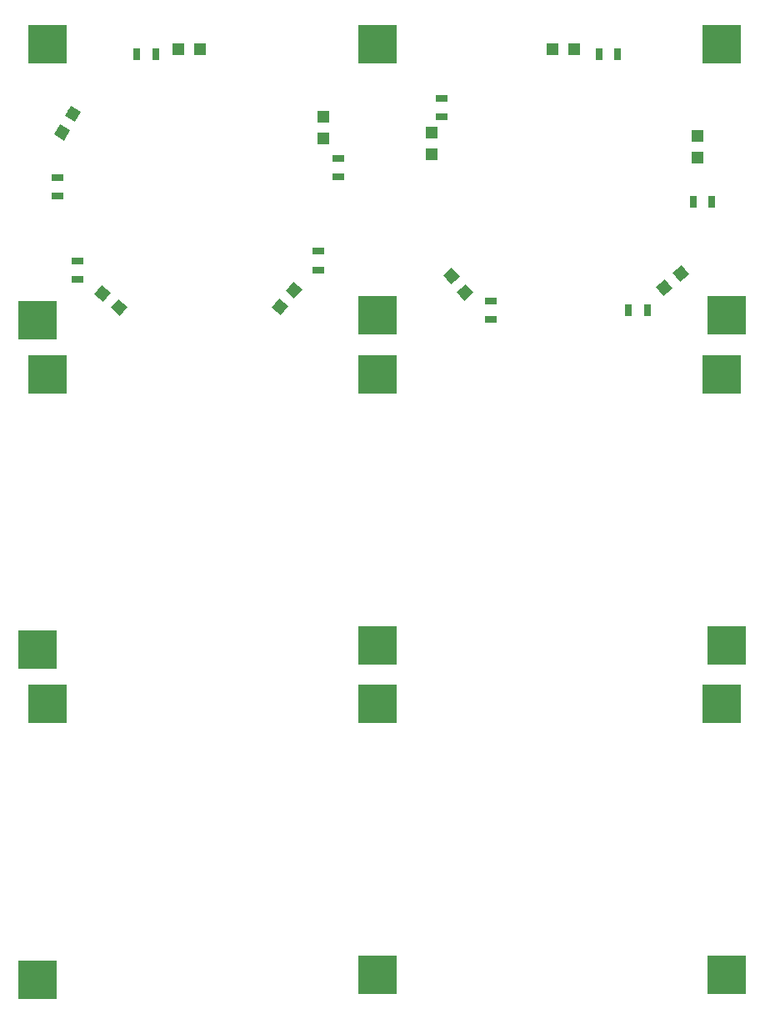
<source format=gbr>
G04 #@! TF.GenerationSoftware,KiCad,Pcbnew,5.1.0*
G04 #@! TF.CreationDate,2019-04-23T13:01:11-05:00*
G04 #@! TF.ProjectId,S4_20Badge,53345f32-3042-4616-9467-652e6b696361,rev?*
G04 #@! TF.SameCoordinates,Original*
G04 #@! TF.FileFunction,Paste,Top*
G04 #@! TF.FilePolarity,Positive*
%FSLAX46Y46*%
G04 Gerber Fmt 4.6, Leading zero omitted, Abs format (unit mm)*
G04 Created by KiCad (PCBNEW 5.1.0) date 2019-04-23 13:01:11*
%MOMM*%
%LPD*%
G04 APERTURE LIST*
%ADD10R,4.000000X4.000000*%
%ADD11C,1.200000*%
%ADD12C,0.100000*%
%ADD13R,1.200000X1.200000*%
%ADD14R,1.300000X0.700000*%
%ADD15R,0.700000X1.300000*%
G04 APERTURE END LIST*
D10*
X116500000Y-120000000D03*
X185000000Y-120000000D03*
X150000000Y-147500000D03*
X150000000Y-120000000D03*
X185500000Y-147500000D03*
X115500000Y-148000000D03*
X185000000Y-86500000D03*
X150000000Y-114000000D03*
X185500000Y-114000000D03*
X150000000Y-86500000D03*
X116500000Y-86500000D03*
X115500000Y-114500000D03*
X115500000Y-81000000D03*
X185500000Y-80500000D03*
X150000000Y-80500000D03*
X116500000Y-53000000D03*
X150000000Y-53000000D03*
X185000000Y-53000000D03*
D11*
X122057351Y-78292934D03*
D12*
G36*
X122902650Y-78218980D02*
G01*
X122131305Y-79138233D01*
X121212052Y-78366888D01*
X121983397Y-77447635D01*
X122902650Y-78218980D01*
X122902650Y-78218980D01*
G37*
D11*
X123742649Y-79707066D03*
D12*
G36*
X124587948Y-79633112D02*
G01*
X123816603Y-80552365D01*
X122897350Y-79781020D01*
X123668695Y-78861767D01*
X124587948Y-79633112D01*
X124587948Y-79633112D01*
G37*
D11*
X157500000Y-76500000D03*
D12*
G36*
X156654701Y-76426046D02*
G01*
X157573954Y-75654701D01*
X158345299Y-76573954D01*
X157426046Y-77345299D01*
X156654701Y-76426046D01*
X156654701Y-76426046D01*
G37*
D11*
X158914132Y-78185298D03*
D12*
G36*
X158068833Y-78111344D02*
G01*
X158988086Y-77339999D01*
X159759431Y-78259252D01*
X158840178Y-79030597D01*
X158068833Y-78111344D01*
X158068833Y-78111344D01*
G37*
D11*
X117950000Y-61952628D03*
D12*
G36*
X117730385Y-61133013D02*
G01*
X118769615Y-61733013D01*
X118169615Y-62772243D01*
X117130385Y-62172243D01*
X117730385Y-61133013D01*
X117730385Y-61133013D01*
G37*
D11*
X119050000Y-60047372D03*
D12*
G36*
X118830385Y-59227757D02*
G01*
X119869615Y-59827757D01*
X119269615Y-60866987D01*
X118230385Y-60266987D01*
X118830385Y-59227757D01*
X118830385Y-59227757D01*
G37*
D13*
X155500000Y-64200000D03*
X155500000Y-62000000D03*
X132000000Y-53500000D03*
X129800000Y-53500000D03*
X170000000Y-53500000D03*
X167800000Y-53500000D03*
X144500000Y-62600000D03*
X144500000Y-60400000D03*
X182500000Y-62300000D03*
X182500000Y-64500000D03*
D11*
X141500000Y-78000000D03*
D12*
G36*
X141426046Y-77154701D02*
G01*
X142345299Y-77926046D01*
X141573954Y-78845299D01*
X140654701Y-78073954D01*
X141426046Y-77154701D01*
X141426046Y-77154701D01*
G37*
D11*
X140085868Y-79685298D03*
D12*
G36*
X140011914Y-78839999D02*
G01*
X140931167Y-79611344D01*
X140159822Y-80530597D01*
X139240569Y-79759252D01*
X140011914Y-78839999D01*
X140011914Y-78839999D01*
G37*
D11*
X179157351Y-77707066D03*
D12*
G36*
X179231305Y-76861767D02*
G01*
X180002650Y-77781020D01*
X179083397Y-78552365D01*
X178312052Y-77633112D01*
X179231305Y-76861767D01*
X179231305Y-76861767D01*
G37*
D11*
X180842649Y-76292934D03*
D12*
G36*
X180916603Y-75447635D02*
G01*
X181687948Y-76366888D01*
X180768695Y-77138233D01*
X179997350Y-76218980D01*
X180916603Y-75447635D01*
X180916603Y-75447635D01*
G37*
D14*
X119500000Y-75000000D03*
X119500000Y-76900000D03*
X161500000Y-80950000D03*
X161500000Y-79050000D03*
X117500000Y-66500000D03*
X117500000Y-68400000D03*
X156500000Y-60400000D03*
X156500000Y-58500000D03*
D15*
X125550000Y-54000000D03*
X127450000Y-54000000D03*
X172500000Y-54000000D03*
X174400000Y-54000000D03*
D14*
X146000000Y-64550000D03*
X146000000Y-66450000D03*
D15*
X182050000Y-69000000D03*
X183950000Y-69000000D03*
D14*
X144000000Y-74000000D03*
X144000000Y-75900000D03*
D15*
X177400000Y-80000000D03*
X175500000Y-80000000D03*
M02*

</source>
